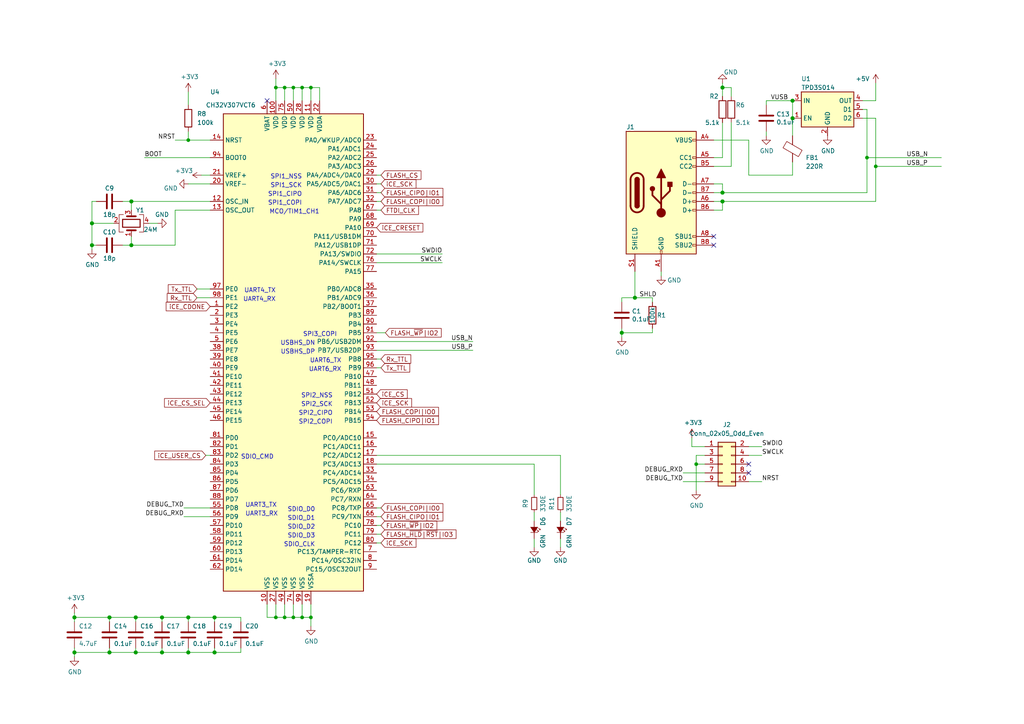
<source format=kicad_sch>
(kicad_sch (version 20211123) (generator eeschema)
  (paper "A4")
  (title_block (title "iCEBreaker - CH32V307 Test Board") (date "2022-02-21") (rev "V1.99a") (company "1BitSquared") (comment 1 "(C) 2022 Greg Davill <greg.davill@gmail.com>") (comment 2 "License: CC-BY-SA V4.0"))
  (lib_symbols
    (symbol "Connector:USB_C_Receptacle_USB2.0" (pin_names (offset 1.016))
      (property "Reference" "J" (at -10.16 19.05 0))
      (property "Value" "USB_C_Receptacle_USB2.0" (at 19.05 19.05 0))
      (symbol "USB_C_Receptacle_USB2.0_0_0"
        (rectangle (start -0.254 -17.78) (end 0.254 -16.764))
        (rectangle (start 10.16 -14.986) (end 9.144 -15.494))
        (rectangle (start 10.16 -12.446) (end 9.144 -12.954))
        (rectangle (start 10.16 -4.826) (end 9.144 -5.334))
        (rectangle (start 10.16 -2.286) (end 9.144 -2.794))
        (rectangle (start 10.16 0.254) (end 9.144 -0.254))
        (rectangle (start 10.16 2.794) (end 9.144 2.286))
        (rectangle (start 10.16 7.874) (end 9.144 7.366))
        (rectangle (start 10.16 10.414) (end 9.144 9.906))
        (rectangle (start 10.16 15.494) (end 9.144 14.986))
      )
      (symbol "USB_C_Receptacle_USB2.0_0_1"
        (rectangle (start -10.16 17.78) (end 10.16 -17.78) (stroke (width 0.254)) (fill (type background)))
        (arc (start -8.89 -3.81) (mid -6.985 -5.715) (end -5.08 -3.81) (stroke (width 0.508)))
        (arc (start -7.62 -3.81) (mid -6.985 -4.445) (end -6.35 -3.81) (stroke (width 0.254)))
        (arc (start -7.62 -3.81) (mid -6.985 -4.445) (end -6.35 -3.81) (stroke (width 0.254)) (fill (type outline)))
        (rectangle (start -7.62 -3.81) (end -6.35 3.81) (stroke (width 0.254)) (fill (type outline)))
        (arc (start -6.35 3.81) (mid -6.985 4.445) (end -7.62 3.81) (stroke (width 0.254)))
        (arc (start -6.35 3.81) (mid -6.985 4.445) (end -7.62 3.81) (stroke (width 0.254)) (fill (type outline)))
        (arc (start -5.08 3.81) (mid -6.985 5.715) (end -8.89 3.81) (stroke (width 0.508)))
        (circle (center -2.54 1.143) (radius 0.635) (stroke (width 0.254)) (fill (type outline)))
        (circle (center 0 -5.842) (radius 1.27) (fill (type outline)))
        (polyline (pts (xy -8.89 -3.81) (xy -8.89 3.81)) (stroke (width 0.508)))
        (polyline (pts (xy -5.08 3.81) (xy -5.08 -3.81)) (stroke (width 0.508)))
        (polyline (pts (xy 0 -5.842) (xy 0 4.318)) (stroke (width 0.508)))
        (polyline (pts (xy 0 -3.302) (xy -2.54 -0.762) (xy -2.54 0.508)) (stroke (width 0.508)))
        (polyline (pts (xy 0 -2.032) (xy 2.54 0.508) (xy 2.54 1.778)) (stroke (width 0.508)))
        (polyline (pts (xy -1.27 4.318) (xy 0 6.858) (xy 1.27 4.318) (xy -1.27 4.318)) (stroke (width 0.254)) (fill (type outline)))
        (rectangle (start 1.905 1.778) (end 3.175 3.048) (stroke (width 0.254)) (fill (type outline)))
      )
      (symbol "USB_C_Receptacle_USB2.0_1_1"
        (pin power_in line (at 0 -22.86 90) (length 5.08) (name "GND") (number "A1"))
        (pin passive line (at 0 -22.86 90) (length 5.08) hide (name "GND") (number "A12"))
        (pin power_in line (at 15.24 15.24 180) (length 5.08) (name "VBUS") (number "A4"))
        (pin bidirectional line (at 15.24 10.16 180) (length 5.08) (name "CC1") (number "A5"))
        (pin bidirectional line (at 15.24 -2.54 180) (length 5.08) (name "D+") (number "A6"))
        (pin bidirectional line (at 15.24 2.54 180) (length 5.08) (name "D-") (number "A7"))
        (pin bidirectional line (at 15.24 -12.7 180) (length 5.08) (name "SBU1") (number "A8"))
        (pin passive line (at 15.24 15.24 180) (length 5.08) hide (name "VBUS") (number "A9"))
        (pin passive line (at 0 -22.86 90) (length 5.08) hide (name "GND") (number "B1"))
        (pin passive line (at 0 -22.86 90) (length 5.08) hide (name "GND") (number "B12"))
        (pin passive line (at 15.24 15.24 180) (length 5.08) hide (name "VBUS") (number "B4"))
        (pin bidirectional line (at 15.24 7.62 180) (length 5.08) (name "CC2") (number "B5"))
        (pin bidirectional line (at 15.24 -5.08 180) (length 5.08) (name "D+") (number "B6"))
        (pin bidirectional line (at 15.24 0 180) (length 5.08) (name "D-") (number "B7"))
        (pin bidirectional line (at 15.24 -15.24 180) (length 5.08) (name "SBU2") (number "B8"))
        (pin passive line (at 15.24 15.24 180) (length 5.08) hide (name "VBUS") (number "B9"))
        (pin passive line (at -7.62 -22.86 90) (length 5.08) (name "SHIELD") (number "S1"))
      )
    )
    (symbol "Connector_Generic:Conn_02x05_Odd_Even" (pin_names (offset 1.016) hide)
      (property "Reference" "J" (at 1.27 7.62 0))
      (property "Value" "Conn_02x05_Odd_Even" (at 1.27 -7.62 0))
      (symbol "Conn_02x05_Odd_Even_1_1"
        (rectangle (start -1.27 -4.953) (end 0 -5.207) (stroke (width 0.1524)))
        (rectangle (start -1.27 -2.413) (end 0 -2.667) (stroke (width 0.1524)))
        (rectangle (start -1.27 0.127) (end 0 -0.127) (stroke (width 0.1524)))
        (rectangle (start -1.27 2.667) (end 0 2.413) (stroke (width 0.1524)))
        (rectangle (start -1.27 5.207) (end 0 4.953) (stroke (width 0.1524)))
        (rectangle (start -1.27 6.35) (end 3.81 -6.35) (stroke (width 0.254)) (fill (type background)))
        (rectangle (start 3.81 -4.953) (end 2.54 -5.207) (stroke (width 0.1524)))
        (rectangle (start 3.81 -2.413) (end 2.54 -2.667) (stroke (width 0.1524)))
        (rectangle (start 3.81 0.127) (end 2.54 -0.127) (stroke (width 0.1524)))
        (rectangle (start 3.81 2.667) (end 2.54 2.413) (stroke (width 0.1524)))
        (rectangle (start 3.81 5.207) (end 2.54 4.953) (stroke (width 0.1524)))
        (pin passive line (at -5.08 5.08 0) (length 3.81) (name "Pin_1") (number "1"))
        (pin passive line (at 7.62 -5.08 180) (length 3.81) (name "Pin_10") (number "10"))
        (pin passive line (at 7.62 5.08 180) (length 3.81) (name "Pin_2") (number "2"))
        (pin passive line (at -5.08 2.54 0) (length 3.81) (name "Pin_3") (number "3"))
        (pin passive line (at 7.62 2.54 180) (length 3.81) (name "Pin_4") (number "4"))
        (pin passive line (at -5.08 0 0) (length 3.81) (name "Pin_5") (number "5"))
        (pin passive line (at 7.62 0 180) (length 3.81) (name "Pin_6") (number "6"))
        (pin passive line (at -5.08 -2.54 0) (length 3.81) (name "Pin_7") (number "7"))
        (pin passive line (at 7.62 -2.54 180) (length 3.81) (name "Pin_8") (number "8"))
        (pin passive line (at -5.08 -5.08 0) (length 3.81) (name "Pin_9") (number "9"))
      )
    )
    (symbol "Device:C" (pin_numbers hide) (pin_names (offset 0.254))
      (property "Reference" "C" (at 0.635 2.54 0))
      (property "Value" "C" (at 0.635 -2.54 0))
      (symbol "C_0_1"
        (polyline (pts (xy -2.032 -0.762) (xy 2.032 -0.762)) (stroke (width 0.508)))
        (polyline (pts (xy -2.032 0.762) (xy 2.032 0.762)) (stroke (width 0.508)))
      )
      (symbol "C_1_1"
        (pin passive line (at 0 3.81 270) (length 2.794) (name "~") (number "1"))
        (pin passive line (at 0 -3.81 90) (length 2.794) (name "~") (number "2"))
      )
    )
    (symbol "Device:Crystal_GND24" (pin_names (offset 1.016) hide)
      (property "Reference" "Y" (at 3.175 5.08 0))
      (property "Value" "Crystal_GND24" (at 3.175 3.175 0))
      (symbol "Crystal_GND24_0_1"
        (rectangle (start -1.143 2.54) (end 1.143 -2.54) (stroke (width 0.3048)))
        (polyline (pts (xy -2.54 0) (xy -2.032 0)))
        (polyline (pts (xy -2.032 -1.27) (xy -2.032 1.27)) (stroke (width 0.508)))
        (polyline (pts (xy 0 -3.81) (xy 0 -3.556)))
        (polyline (pts (xy 0 3.556) (xy 0 3.81)))
        (polyline (pts (xy 2.032 -1.27) (xy 2.032 1.27)) (stroke (width 0.508)))
        (polyline (pts (xy 2.032 0) (xy 2.54 0)))
        (polyline (pts (xy -2.54 -2.286) (xy -2.54 -3.556) (xy 2.54 -3.556) (xy 2.54 -2.286)))
        (polyline (pts (xy -2.54 2.286) (xy -2.54 3.556) (xy 2.54 3.556) (xy 2.54 2.286)))
      )
      (symbol "Crystal_GND24_1_1"
        (pin passive line (at -3.81 0 0) (length 1.27) (name "1") (number "1"))
        (pin passive line (at 0 5.08 270) (length 1.27) (name "2") (number "2"))
        (pin passive line (at 3.81 0 180) (length 1.27) (name "3") (number "3"))
        (pin passive line (at 0 -5.08 90) (length 1.27) (name "4") (number "4"))
      )
    )
    (symbol "Device:Ferrite_Bead" (pin_numbers hide) (pin_names (offset 0))
      (property "Reference" "FB" (at -3.81 0.635 90))
      (property "Value" "Ferrite_Bead" (at 3.81 0 90))
      (symbol "Ferrite_Bead_0_1"
        (polyline (pts (xy 0 -1.27) (xy 0 -1.2192)))
        (polyline (pts (xy 0 1.27) (xy 0 1.2954)))
        (polyline (pts (xy -2.7686 0.4064) (xy -1.7018 2.2606) (xy 2.7686 -0.3048) (xy 1.6764 -2.159) (xy -2.7686 0.4064)))
      )
      (symbol "Ferrite_Bead_1_1"
        (pin passive line (at 0 3.81 270) (length 2.54) (name "~") (number "1"))
        (pin passive line (at 0 -3.81 90) (length 2.54) (name "~") (number "2"))
      )
    )
    (symbol "Device:R" (pin_numbers hide) (pin_names (offset 0))
      (property "Reference" "R" (at 2.032 0 90))
      (property "Value" "R" (at 0 0 90))
      (symbol "R_0_1"
        (rectangle (start -1.016 -2.54) (end 1.016 2.54) (stroke (width 0.254)))
      )
      (symbol "R_1_1"
        (pin passive line (at 0 3.81 270) (length 1.27) (name "~") (number "1"))
        (pin passive line (at 0 -3.81 90) (length 1.27) (name "~") (number "2"))
      )
    )
    (symbol "Power_Protection:TPD3S014"
      (property "Reference" "U" (at -6.35 6.35 0))
      (property "Value" "TPD3S014" (at 2.54 6.35 0))
      (symbol "TPD3S014_0_1"
        (rectangle (start -7.62 5.08) (end 7.62 -5.08) (stroke (width 0.254)) (fill (type background)))
      )
      (symbol "TPD3S014_1_1"
        (pin input line (at -10.16 -2.54 0) (length 2.54) (name "EN") (number "1"))
        (pin power_in line (at 0 -7.62 90) (length 2.54) (name "GND") (number "2"))
        (pin power_in line (at -10.16 2.54 0) (length 2.54) (name "IN") (number "3"))
        (pin passive line (at 10.16 2.54 180) (length 2.54) (name "OUT") (number "4"))
        (pin passive line (at 10.16 0 180) (length 2.54) (name "D1") (number "5"))
        (pin passive line (at 10.16 -2.54 180) (length 2.54) (name "D2") (number "6"))
      )
    )
    (symbol "icebreaker_tmp:CH32V307VCT6"
      (property "Reference" "U" (at 1.27 11.43 0))
      (property "Value" "CH32V307VCT6" (at 7.62 8.89 0))
      (symbol "CH32V307VCT6_0_1"
        (rectangle (start 3.81 7.62) (end 44.45 -130.81) (stroke (width 0.254)) (fill (type background)))
      )
      (symbol "CH32V307VCT6_1_1"
        (pin bidirectional line (at 0 -48.26 0) (length 3.81) (name "PE2") (number "1"))
        (pin power_in line (at 16.51 -134.62 90) (length 3.81) (name "VSS") (number "10"))
        (pin power_in line (at 19.05 11.43 270) (length 3.81) (name "VDD") (number "100"))
        (pin power_in line (at 29.21 11.43 270) (length 3.81) (name "VDD") (number "11"))
        (pin bidirectional line (at 0 -17.78 0) (length 3.81) (name "OSC_IN") (number "12"))
        (pin bidirectional line (at 0 -20.32 0) (length 3.81) (name "OSC_OUT") (number "13"))
        (pin bidirectional line (at 0 0 0) (length 3.81) (name "NRST") (number "14"))
        (pin bidirectional line (at 48.26 -86.36 180) (length 3.81) (name "PC0/ADC10") (number "15"))
        (pin bidirectional line (at 48.26 -88.9 180) (length 3.81) (name "PC1/ADC11") (number "16"))
        (pin bidirectional line (at 48.26 -91.44 180) (length 3.81) (name "PC2/ADC12") (number "17"))
        (pin bidirectional line (at 48.26 -93.98 180) (length 3.81) (name "PC3/ADC13") (number "18"))
        (pin power_in line (at 29.21 -134.62 90) (length 3.81) (name "VSSA") (number "19"))
        (pin bidirectional line (at 0 -50.8 0) (length 3.81) (name "PE3") (number "2"))
        (pin power_in line (at 0 -12.7 0) (length 3.81) (name "VREF-") (number "20"))
        (pin power_in line (at 0 -10.16 0) (length 3.81) (name "VREF+") (number "21"))
        (pin power_in line (at 31.75 11.43 270) (length 3.81) (name "VDDA") (number "22"))
        (pin bidirectional line (at 48.26 0 180) (length 3.81) (name "PA0/WKUP/ADC0") (number "23"))
        (pin bidirectional line (at 48.26 -2.54 180) (length 3.81) (name "PA1/ADC1") (number "24"))
        (pin bidirectional line (at 48.26 -5.08 180) (length 3.81) (name "PA2/ADC2") (number "25"))
        (pin bidirectional line (at 48.26 -7.62 180) (length 3.81) (name "PA3/ADC3") (number "26"))
        (pin power_in line (at 19.05 -134.62 90) (length 3.81) (name "VSS") (number "27"))
        (pin power_in line (at 26.67 11.43 270) (length 3.81) (name "VDD") (number "28"))
        (pin bidirectional line (at 48.26 -10.16 180) (length 3.81) (name "PA4/ADC4/DAC0") (number "29"))
        (pin bidirectional line (at 0 -53.34 0) (length 3.81) (name "PE4") (number "3"))
        (pin bidirectional line (at 48.26 -12.7 180) (length 3.81) (name "PA5/ADC5/DAC1") (number "30"))
        (pin bidirectional line (at 48.26 -15.24 180) (length 3.81) (name "PA6/ADC6") (number "31"))
        (pin bidirectional line (at 48.26 -17.78 180) (length 3.81) (name "PA7/ADC7") (number "32"))
        (pin bidirectional line (at 48.26 -96.52 180) (length 3.81) (name "PC4/ADC14") (number "33"))
        (pin bidirectional line (at 48.26 -99.06 180) (length 3.81) (name "PC5/ADC15") (number "34"))
        (pin bidirectional line (at 48.26 -43.18 180) (length 3.81) (name "PB0/ADC8") (number "35"))
        (pin bidirectional line (at 48.26 -45.72 180) (length 3.81) (name "PB1/ADC9") (number "36"))
        (pin bidirectional line (at 48.26 -48.26 180) (length 3.81) (name "PB2/BOOT1") (number "37"))
        (pin bidirectional line (at 0 -60.96 0) (length 3.81) (name "PE7") (number "38"))
        (pin bidirectional line (at 0 -63.5 0) (length 3.81) (name "PE8") (number "39"))
        (pin bidirectional line (at 0 -55.88 0) (length 3.81) (name "PE5") (number "4"))
        (pin bidirectional line (at 0 -66.04 0) (length 3.81) (name "PE9") (number "40"))
        (pin bidirectional line (at 0 -68.58 0) (length 3.81) (name "PE10") (number "41"))
        (pin bidirectional line (at 0 -71.12 0) (length 3.81) (name "PE11") (number "42"))
        (pin bidirectional line (at 0 -73.66 0) (length 3.81) (name "PE12") (number "43"))
        (pin bidirectional line (at 0 -76.2 0) (length 3.81) (name "PE13") (number "44"))
        (pin bidirectional line (at 0 -78.74 0) (length 3.81) (name "PE14") (number "45"))
        (pin bidirectional line (at 0 -81.28 0) (length 3.81) (name "PE15") (number "46"))
        (pin bidirectional line (at 48.26 -68.58 180) (length 3.81) (name "PB10") (number "47"))
        (pin bidirectional line (at 48.26 -71.12 180) (length 3.81) (name "PB11") (number "48"))
        (pin power_in line (at 21.59 -134.62 90) (length 3.81) (name "VSS") (number "49"))
        (pin bidirectional line (at 0 -58.42 0) (length 3.81) (name "PE6") (number "5"))
        (pin power_in line (at 24.13 11.43 270) (length 3.81) (name "VDD") (number "50"))
        (pin bidirectional line (at 48.26 -73.66 180) (length 3.81) (name "PB12") (number "51"))
        (pin bidirectional line (at 48.26 -76.2 180) (length 3.81) (name "PB13") (number "52"))
        (pin bidirectional line (at 48.26 -78.74 180) (length 3.81) (name "PB14") (number "53"))
        (pin bidirectional line (at 48.26 -81.28 180) (length 3.81) (name "PB15") (number "54"))
        (pin bidirectional line (at 0 -106.68 0) (length 3.81) (name "PD8") (number "55"))
        (pin bidirectional line (at 0 -109.22 0) (length 3.81) (name "PD9") (number "56"))
        (pin bidirectional line (at 0 -111.76 0) (length 3.81) (name "PD10") (number "57"))
        (pin bidirectional line (at 0 -114.3 0) (length 3.81) (name "PD11") (number "58"))
        (pin bidirectional line (at 0 -116.84 0) (length 3.81) (name "PD12") (number "59"))
        (pin power_in line (at 16.51 11.43 270) (length 3.81) (name "VBAT") (number "6"))
        (pin bidirectional line (at 0 -119.38 0) (length 3.81) (name "PD13") (number "60"))
        (pin bidirectional line (at 0 -121.92 0) (length 3.81) (name "PD14") (number "61"))
        (pin bidirectional line (at 0 -124.46 0) (length 3.81) (name "PD14") (number "62"))
        (pin bidirectional line (at 48.26 -101.6 180) (length 3.81) (name "PC6/RXP") (number "63"))
        (pin bidirectional line (at 48.26 -104.14 180) (length 3.81) (name "PC7/RXN") (number "64"))
        (pin bidirectional line (at 48.26 -106.68 180) (length 3.81) (name "PC8/TXP") (number "65"))
        (pin bidirectional line (at 48.26 -109.22 180) (length 3.81) (name "PC9/TXN") (number "66"))
        (pin bidirectional line (at 48.26 -20.32 180) (length 3.81) (name "PA8") (number "67"))
        (pin bidirectional line (at 48.26 -22.86 180) (length 3.81) (name "PA9") (number "68"))
        (pin bidirectional line (at 48.26 -25.4 180) (length 3.81) (name "PA10") (number "69"))
        (pin bidirectional line (at 48.26 -119.38 180) (length 3.81) (name "PC13/TAMPER-RTC") (number "7"))
        (pin bidirectional line (at 48.26 -27.94 180) (length 3.81) (name "PA11/USB1DM") (number "70"))
        (pin bidirectional line (at 48.26 -30.48 180) (length 3.81) (name "PA12/USB1DP") (number "71"))
        (pin bidirectional line (at 48.26 -33.02 180) (length 3.81) (name "PA13/SWDIO") (number "72"))
        (pin no_connect line (at 0 -38.1 0) (length 3.81) hide (name "NC") (number "73"))
        (pin power_in line (at 24.13 -134.62 90) (length 3.81) (name "VSS") (number "74"))
        (pin power_in line (at 21.59 11.43 270) (length 3.81) (name "VDD") (number "75"))
        (pin bidirectional line (at 48.26 -35.56 180) (length 3.81) (name "PA14/SWCLK") (number "76"))
        (pin bidirectional line (at 48.26 -38.1 180) (length 3.81) (name "PA15") (number "77"))
        (pin bidirectional line (at 48.26 -111.76 180) (length 3.81) (name "PC10") (number "78"))
        (pin bidirectional line (at 48.26 -114.3 180) (length 3.81) (name "PC11") (number "79"))
        (pin bidirectional line (at 48.26 -121.92 180) (length 3.81) (name "PC14/OSC32IN") (number "8"))
        (pin bidirectional line (at 48.26 -116.84 180) (length 3.81) (name "PC12") (number "80"))
        (pin bidirectional line (at 0 -86.36 0) (length 3.81) (name "PD0") (number "81"))
        (pin bidirectional line (at 0 -88.9 0) (length 3.81) (name "PD1") (number "82"))
        (pin bidirectional line (at 0 -91.44 0) (length 3.81) (name "PD2") (number "83"))
        (pin bidirectional line (at 0 -93.98 0) (length 3.81) (name "PD3") (number "84"))
        (pin bidirectional line (at 0 -96.52 0) (length 3.81) (name "PD4") (number "85"))
        (pin bidirectional line (at 0 -99.06 0) (length 3.81) (name "PD5") (number "86"))
        (pin bidirectional line (at 0 -101.6 0) (length 3.81) (name "PD6") (number "87"))
        (pin bidirectional line (at 0 -104.14 0) (length 3.81) (name "PD7") (number "88"))
        (pin bidirectional line (at 48.26 -50.8 180) (length 3.81) (name "PB3") (number "89"))
        (pin bidirectional line (at 48.26 -124.46 180) (length 3.81) (name "PC15/OSC32OUT") (number "9"))
        (pin bidirectional line (at 48.26 -53.34 180) (length 3.81) (name "PB4") (number "90"))
        (pin bidirectional line (at 48.26 -55.88 180) (length 3.81) (name "PB5") (number "91"))
        (pin bidirectional line (at 48.26 -58.42 180) (length 3.81) (name "PB6/USB2DM") (number "92"))
        (pin bidirectional line (at 48.26 -60.96 180) (length 3.81) (name "PB7/USB2DP") (number "93"))
        (pin bidirectional line (at 0 -5.08 0) (length 3.81) (name "BOOT0") (number "94"))
        (pin bidirectional line (at 48.26 -63.5 180) (length 3.81) (name "PB8") (number "95"))
        (pin bidirectional line (at 48.26 -66.04 180) (length 3.81) (name "PB9") (number "96"))
        (pin bidirectional line (at 0 -43.18 0) (length 3.81) (name "PE0") (number "97"))
        (pin bidirectional line (at 0 -45.72 0) (length 3.81) (name "PE1") (number "98"))
        (pin power_in line (at 26.67 -134.62 90) (length 3.81) (name "VSS") (number "99"))
      )
    )
    (symbol "pkl_device:pkl_Led_Small" (pin_numbers hide) (pin_names (offset 0.254) hide)
      (property "Reference" "D" (at -1.27 2.54 0))
      (property "Value" "pkl_Led_Small" (at -3.81 -2.032 0))
      (symbol "pkl_Led_Small_0_1"
        (polyline (pts (xy 0.762 -1.016) (xy 0.762 1.016)))
        (polyline (pts (xy -0.762 -1.016) (xy 0.762 0) (xy -0.762 1.016) (xy -0.762 -1.016)) (fill (type outline)))
        (polyline (pts (xy -0.508 1.27) (xy 0 1.778) (xy -0.254 1.778) (xy 0 1.778) (xy 0 1.524)))
        (polyline (pts (xy 0 0.762) (xy 0.508 1.27) (xy 0.254 1.27) (xy 0.508 1.27) (xy 0.508 1.016)))
      )
      (symbol "pkl_Led_Small_1_1"
        (pin passive line (at -2.54 0 0) (length 1.778) (name "A") (number "A"))
        (pin passive line (at 2.54 0 180) (length 1.778) (name "C") (number "C"))
      )
    )
    (symbol "pkl_device:pkl_R_Small" (pin_numbers hide) (pin_names (offset 0.254) hide)
      (property "Reference" "R" (at 0.762 0.508 0))
      (property "Value" "pkl_R_Small" (at 0.762 -1.016 0))
      (symbol "pkl_R_Small_0_1"
        (rectangle (start -0.762 1.778) (end 0.762 -1.778) (stroke (width 0.2032)))
      )
      (symbol "pkl_R_Small_1_1"
        (pin passive line (at 0 2.54 270) (length 0.762) (name "~") (number "1"))
        (pin passive line (at 0 -2.54 90) (length 0.762) (name "~") (number "2"))
      )
    )
    (symbol "power:+3.3V" (power) (pin_names (offset 0))
      (property "Value" "+3.3V" (at 0 3.556 0))
      (symbol "+3.3V_0_1"
        (polyline (pts (xy -0.762 1.27) (xy 0 2.54)))
        (polyline (pts (xy 0 0) (xy 0 2.54)))
        (polyline (pts (xy 0 2.54) (xy 0.762 1.27)))
      )
      (symbol "+3.3V_1_1"
        (pin power_in line (at 0 0 90) (length 0) hide (name "+3V3") (number "1"))
      )
    )
    (symbol "power:+5V" (power) (pin_names (offset 0))
      (property "Value" "+5V" (at 0 3.556 0))
      (symbol "+5V_0_1"
        (polyline (pts (xy -0.762 1.27) (xy 0 2.54)))
        (polyline (pts (xy 0 0) (xy 0 2.54)))
        (polyline (pts (xy 0 2.54) (xy 0.762 1.27)))
      )
      (symbol "+5V_1_1"
        (pin power_in line (at 0 0 90) (length 0) hide (name "+5V") (number "1"))
      )
    )
    (symbol "power:GND" (power) (pin_names (offset 0))
      (property "Value" "GND" (at 0 -3.81 0))
      (symbol "GND_0_1"
        (polyline (pts (xy 0 0) (xy 0 -1.27) (xy 1.27 -1.27) (xy 0 -2.54) (xy -1.27 -1.27) (xy 0 -1.27)))
      )
      (symbol "GND_1_1"
        (pin power_in line (at 0 0 270) (length 0) hide (name "GND") (number "1"))
      )
    )
  )
  (junction (at 31.75 189.23) (diameter 1.016))
  (junction (at 209.55 25.4) (diameter 1.016))
  (junction (at 184.15 86.36) (diameter 1.016))
  (junction (at 229.87 29.21) (diameter 1.016))
  (junction (at 209.55 55.88) (diameter 1.016))
  (junction (at 82.55 25.4))
  (junction (at 21.59 179.07) (diameter 1.016))
  (junction (at 26.67 71.12) (diameter 1.016))
  (junction (at 54.61 179.07) (diameter 1.016))
  (junction (at 54.61 189.23) (diameter 1.016))
  (junction (at 54.61 40.64))
  (junction (at 39.37 179.07) (diameter 1.016))
  (junction (at 254 48.26))
  (junction (at 46.99 189.23) (diameter 1.016))
  (junction (at 229.87 34.29) (diameter 1.016))
  (junction (at 87.63 179.07))
  (junction (at 39.37 189.23) (diameter 1.016))
  (junction (at 80.01 179.07))
  (junction (at 87.63 25.4))
  (junction (at 251.46 45.72))
  (junction (at 209.55 58.42) (diameter 1.016))
  (junction (at 62.23 179.07) (diameter 1.016))
  (junction (at 38.1 71.12) (diameter 1.016))
  (junction (at 31.75 179.07) (diameter 1.016))
  (junction (at 38.1 58.42) (diameter 1.016))
  (junction (at 46.99 179.07) (diameter 1.016))
  (junction (at 90.17 179.07))
  (junction (at 26.67 64.77) (diameter 1.016))
  (junction (at 180.34 96.52) (diameter 1.016))
  (junction (at 90.17 25.4))
  (junction (at 201.93 134.62))
  (junction (at 21.59 189.23) (diameter 1.016))
  (junction (at 85.09 179.07))
  (junction (at 82.55 179.07))
  (junction (at 62.23 189.23) (diameter 1.016))
  (junction (at 80.01 25.4))
  (junction (at 85.09 25.4))
  (no_connect (at 77.47 29.21))
  (no_connect (at 207.01 71.12))
  (no_connect (at 207.01 68.58))
  (no_connect (at 217.17 134.62))
  (no_connect (at 217.17 137.16))
  (wire (pts (xy 46.99 187.96) (xy 46.99 189.23)))
  (wire (pts (xy 77.47 175.26) (xy 77.47 179.07)))
  (wire (pts (xy 62.23 187.96) (xy 62.23 189.23)))
  (wire (pts (xy 92.71 29.21) (xy 92.71 25.4)))
  (wire (pts (xy 31.75 187.96) (xy 31.75 189.23)))
  (wire (pts (xy 46.99 179.07) (xy 54.61 179.07)))
  (wire (pts (xy 229.87 39.37) (xy 229.87 34.29)))
  (wire (pts (xy 162.56 156.21) (xy 162.56 158.75)))
  (wire (pts (xy 110.49 152.4) (xy 109.22 152.4)))
  (wire (pts (xy 109.22 101.6) (xy 137.16 101.6)))
  (wire (pts (xy 80.01 175.26) (xy 80.01 179.07)))
  (wire (pts (xy 212.09 27.94) (xy 212.09 25.4)))
  (wire (pts (xy 251.46 31.75) (xy 251.46 45.72)))
  (wire (pts (xy 26.67 58.42) (xy 26.67 64.77)))
  (wire (pts (xy 109.22 104.14) (xy 110.49 104.14)))
  (wire (pts (xy 80.01 25.4) (xy 80.01 29.21)))
  (wire (pts (xy 54.61 179.07) (xy 62.23 179.07)))
  (wire (pts (xy 180.34 86.36) (xy 180.34 87.63)))
  (wire (pts (xy 109.22 132.08) (xy 162.56 132.08)))
  (wire (pts (xy 46.99 179.07) (xy 46.99 180.34)))
  (wire (pts (xy 26.67 64.77) (xy 26.67 71.12)))
  (wire (pts (xy 109.22 99.06) (xy 137.16 99.06)))
  (wire (pts (xy 154.94 148.59) (xy 154.94 151.13)))
  (wire (pts (xy 92.71 25.4) (xy 90.17 25.4)))
  (wire (pts (xy 254 48.26) (xy 254 58.42)))
  (wire (pts (xy 217.17 40.64) (xy 217.17 50.8)))
  (wire (pts (xy 212.09 25.4) (xy 209.55 25.4)))
  (wire (pts (xy 254 58.42) (xy 209.55 58.42)))
  (wire (pts (xy 200.66 129.54) (xy 204.47 129.54)))
  (wire (pts (xy 110.49 157.48) (xy 109.22 157.48)))
  (wire (pts (xy 184.15 86.36) (xy 189.23 86.36)))
  (wire (pts (xy 87.63 25.4) (xy 85.09 25.4)))
  (wire (pts (xy 58.42 50.8) (xy 60.96 50.8)))
  (wire (pts (xy 31.75 189.23) (xy 21.59 189.23)))
  (wire (pts (xy 207.01 60.96) (xy 209.55 60.96)))
  (wire (pts (xy 180.34 95.25) (xy 180.34 96.52)))
  (wire (pts (xy 21.59 179.07) (xy 21.59 180.34)))
  (wire (pts (xy 31.75 179.07) (xy 39.37 179.07)))
  (wire (pts (xy 128.27 73.66) (xy 109.22 73.66)))
  (wire (pts (xy 209.55 53.34) (xy 209.55 55.88)))
  (wire (pts (xy 35.56 71.12) (xy 38.1 71.12)))
  (wire (pts (xy 33.02 64.77) (xy 26.67 64.77)))
  (wire (pts (xy 85.09 175.26) (xy 85.09 179.07)))
  (wire (pts (xy 207.01 48.26) (xy 212.09 48.26)))
  (wire (pts (xy 184.15 78.74) (xy 184.15 86.36)))
  (wire (pts (xy 209.55 55.88) (xy 251.46 55.88)))
  (wire (pts (xy 39.37 179.07) (xy 46.99 179.07)))
  (wire (pts (xy 222.25 29.21) (xy 229.87 29.21)))
  (wire (pts (xy 128.27 76.2) (xy 109.22 76.2)))
  (wire (pts (xy 110.49 58.42) (xy 109.22 58.42)))
  (wire (pts (xy 250.19 29.21) (xy 254 29.21)))
  (wire (pts (xy 87.63 175.26) (xy 87.63 179.07)))
  (wire (pts (xy 201.93 132.08) (xy 201.93 134.62)))
  (wire (pts (xy 217.17 50.8) (xy 229.87 50.8)))
  (wire (pts (xy 54.61 53.34) (xy 60.96 53.34)))
  (wire (pts (xy 209.55 25.4) (xy 209.55 27.94)))
  (wire (pts (xy 90.17 25.4) (xy 87.63 25.4)))
  (wire (pts (xy 109.22 106.68) (xy 110.49 106.68)))
  (wire (pts (xy 217.17 132.08) (xy 220.98 132.08)))
  (wire (pts (xy 201.93 134.62) (xy 204.47 134.62)))
  (wire (pts (xy 254 48.26) (xy 273.05 48.26)))
  (wire (pts (xy 110.49 149.86) (xy 109.22 149.86)))
  (wire (pts (xy 85.09 179.07) (xy 87.63 179.07)))
  (wire (pts (xy 54.61 26.67) (xy 54.61 30.48)))
  (wire (pts (xy 209.55 58.42) (xy 207.01 58.42)))
  (wire (pts (xy 39.37 189.23) (xy 46.99 189.23)))
  (wire (pts (xy 90.17 175.26) (xy 90.17 179.07)))
  (wire (pts (xy 82.55 179.07) (xy 85.09 179.07)))
  (wire (pts (xy 38.1 58.42) (xy 38.1 60.96)))
  (wire (pts (xy 53.34 147.32) (xy 60.96 147.32)))
  (wire (pts (xy 54.61 179.07) (xy 54.61 180.34)))
  (wire (pts (xy 222.25 29.21) (xy 222.25 30.48)))
  (wire (pts (xy 184.15 86.36) (xy 180.34 86.36)))
  (wire (pts (xy 26.67 72.39) (xy 26.67 71.12)))
  (wire (pts (xy 54.61 189.23) (xy 62.23 189.23)))
  (wire (pts (xy 21.59 189.23) (xy 21.59 187.96)))
  (wire (pts (xy 110.49 50.8) (xy 109.22 50.8)))
  (wire (pts (xy 222.25 38.1) (xy 222.25 39.37)))
  (wire (pts (xy 62.23 189.23) (xy 69.85 189.23)))
  (wire (pts (xy 77.47 179.07) (xy 80.01 179.07)))
  (wire (pts (xy 43.18 64.77) (xy 45.72 64.77)))
  (wire (pts (xy 59.69 132.08) (xy 60.96 132.08)))
  (wire (pts (xy 162.56 148.59) (xy 162.56 151.13)))
  (wire (pts (xy 111.76 96.52) (xy 109.22 96.52)))
  (wire (pts (xy 191.77 78.74) (xy 191.77 80.01)))
  (wire (pts (xy 217.17 139.7) (xy 220.98 139.7)))
  (wire (pts (xy 60.96 45.72) (xy 41.91 45.72)))
  (wire (pts (xy 250.19 34.29) (xy 254 34.29)))
  (wire (pts (xy 80.01 22.86) (xy 80.01 25.4)))
  (wire (pts (xy 62.23 179.07) (xy 62.23 180.34)))
  (wire (pts (xy 38.1 68.58) (xy 38.1 71.12)))
  (wire (pts (xy 82.55 175.26) (xy 82.55 179.07)))
  (wire (pts (xy 109.22 134.62) (xy 154.94 134.62)))
  (wire (pts (xy 21.59 177.8) (xy 21.59 179.07)))
  (wire (pts (xy 110.49 147.32) (xy 109.22 147.32)))
  (wire (pts (xy 180.34 96.52) (xy 180.34 97.79)))
  (wire (pts (xy 209.55 35.56) (xy 209.55 45.72)))
  (wire (pts (xy 154.94 134.62) (xy 154.94 143.51)))
  (wire (pts (xy 209.55 24.13) (xy 209.55 25.4)))
  (wire (pts (xy 251.46 45.72) (xy 273.05 45.72)))
  (wire (pts (xy 201.93 134.62) (xy 201.93 142.24)))
  (wire (pts (xy 27.94 71.12) (xy 26.67 71.12)))
  (wire (pts (xy 50.8 40.64) (xy 54.61 40.64)))
  (wire (pts (xy 46.99 189.23) (xy 54.61 189.23)))
  (wire (pts (xy 62.23 179.07) (xy 69.85 179.07)))
  (wire (pts (xy 229.87 34.29) (xy 229.87 29.21)))
  (wire (pts (xy 110.49 154.94) (xy 109.22 154.94)))
  (wire (pts (xy 207.01 53.34) (xy 209.55 53.34)))
  (wire (pts (xy 90.17 25.4) (xy 90.17 29.21)))
  (wire (pts (xy 57.15 86.36) (xy 60.96 86.36)))
  (wire (pts (xy 35.56 58.42) (xy 38.1 58.42)))
  (wire (pts (xy 85.09 25.4) (xy 85.09 29.21)))
  (wire (pts (xy 109.22 60.96) (xy 110.49 60.96)))
  (wire (pts (xy 180.34 96.52) (xy 189.23 96.52)))
  (wire (pts (xy 207.01 55.88) (xy 209.55 55.88)))
  (wire (pts (xy 31.75 179.07) (xy 21.59 179.07)))
  (wire (pts (xy 53.34 149.86) (xy 60.96 149.86)))
  (wire (pts (xy 21.59 190.5) (xy 21.59 189.23)))
  (wire (pts (xy 162.56 132.08) (xy 162.56 143.51)))
  (wire (pts (xy 250.19 31.75) (xy 251.46 31.75)))
  (wire (pts (xy 229.87 46.99) (xy 229.87 50.8)))
  (wire (pts (xy 39.37 187.96) (xy 39.37 189.23)))
  (wire (pts (xy 82.55 25.4) (xy 82.55 29.21)))
  (wire (pts (xy 38.1 71.12) (xy 50.8 71.12)))
  (wire (pts (xy 204.47 132.08) (xy 201.93 132.08)))
  (wire (pts (xy 26.67 58.42) (xy 27.94 58.42)))
  (wire (pts (xy 198.12 139.7) (xy 204.47 139.7)))
  (wire (pts (xy 57.15 83.82) (xy 60.96 83.82)))
  (wire (pts (xy 198.12 137.16) (xy 204.47 137.16)))
  (wire (pts (xy 60.96 40.64) (xy 54.61 40.64)))
  (wire (pts (xy 90.17 179.07) (xy 90.17 181.61)))
  (wire (pts (xy 69.85 179.07) (xy 69.85 180.34)))
  (wire (pts (xy 82.55 25.4) (xy 80.01 25.4)))
  (wire (pts (xy 200.66 127) (xy 200.66 129.54)))
  (wire (pts (xy 38.1 58.42) (xy 60.96 58.42)))
  (wire (pts (xy 212.09 48.26) (xy 212.09 35.56)))
  (wire (pts (xy 50.8 60.96) (xy 60.96 60.96)))
  (wire (pts (xy 189.23 95.25) (xy 189.23 96.52)))
  (wire (pts (xy 87.63 179.07) (xy 90.17 179.07)))
  (wire (pts (xy 254 24.13) (xy 254 29.21)))
  (wire (pts (xy 154.94 156.21) (xy 154.94 158.75)))
  (wire (pts (xy 207.01 40.64) (xy 217.17 40.64)))
  (wire (pts (xy 31.75 189.23) (xy 39.37 189.23)))
  (wire (pts (xy 54.61 187.96) (xy 54.61 189.23)))
  (wire (pts (xy 85.09 25.4) (xy 82.55 25.4)))
  (wire (pts (xy 87.63 25.4) (xy 87.63 29.21)))
  (wire (pts (xy 254 34.29) (xy 254 48.26)))
  (wire (pts (xy 110.49 53.34) (xy 109.22 53.34)))
  (wire (pts (xy 209.55 60.96) (xy 209.55 58.42)))
  (wire (pts (xy 189.23 86.36) (xy 189.23 87.63)))
  (wire (pts (xy 39.37 179.07) (xy 39.37 180.34)))
  (wire (pts (xy 31.75 180.34) (xy 31.75 179.07)))
  (wire (pts (xy 251.46 45.72) (xy 251.46 55.88)))
  (wire (pts (xy 110.49 55.88) (xy 109.22 55.88)))
  (wire (pts (xy 217.17 129.54) (xy 220.98 129.54)))
  (wire (pts (xy 80.01 179.07) (xy 82.55 179.07)))
  (wire (pts (xy 50.8 60.96) (xy 50.8 71.12)))
  (wire (pts (xy 209.55 45.72) (xy 207.01 45.72)))
  (wire (pts (xy 54.61 40.64) (xy 54.61 38.1)))
  (wire (pts (xy 69.85 187.96) (xy 69.85 189.23)))
  (text "SDIO_D0" (at 91.44 148.59 180) (effects (font (size 1.27 1.27)) (justify right bottom)))
  (text "USBHS_DN\n" (at 91.44 100.33 180) (effects (font (size 1.27 1.27)) (justify right bottom)))
  (text "SPI2_CIPO\n" (at 96.52 120.65 180) (effects (font (size 1.27 1.27)) (justify right bottom)))
  (text "SDIO_D2\n" (at 91.44 153.67 180) (effects (font (size 1.27 1.27)) (justify right bottom)))
  (text "UART3_RX\n" (at 71.12 149.86 0) (effects (font (size 1.27 1.27)) (justify left bottom)))
  (text "UART4_TX" (at 80.01 85.09 180) (effects (font (size 1.27 1.27)) (justify right bottom)))
  (text "SPI3_COPI" (at 97.79 97.79 180) (effects (font (size 1.27 1.27)) (justify right bottom)))
  (text "SPI1_NSS" (at 87.63 52.07 180) (effects (font (size 1.27 1.27)) (justify right bottom)))
  (text "SDIO_CLK\n" (at 91.44 158.75 180) (effects (font (size 1.27 1.27)) (justify right bottom)))
  (text "SPI1_CIPO\n" (at 87.63 57.15 180) (effects (font (size 1.27 1.27)) (justify right bottom)))
  (text "SDIO_D3" (at 91.44 156.21 180) (effects (font (size 1.27 1.27)) (justify right bottom)))
  (text "UART6_TX" (at 99.06 105.41 180) (effects (font (size 1.27 1.27)) (justify right bottom)))
  (text "UART6_RX\n" (at 99.06 107.95 180) (effects (font (size 1.27 1.27)) (justify right bottom)))
  (text "MCO/TIM1_CH1" (at 92.71 62.23 180) (effects (font (size 1.27 1.27)) (justify right bottom)))
  (text "UART3_TX" (at 71.12 147.32 0) (effects (font (size 1.27 1.27)) (justify left bottom)))
  (text "SPI1_SCK\n" (at 87.63 54.61 180) (effects (font (size 1.27 1.27)) (justify right bottom)))
  (text "SPI2_COPI" (at 96.52 123.19 180) (effects (font (size 1.27 1.27)) (justify right bottom)))
  (text "SDIO_D1\n" (at 91.44 151.13 180) (effects (font (size 1.27 1.27)) (justify right bottom)))
  (text "SPI2_NSS" (at 96.52 115.57 180) (effects (font (size 1.27 1.27)) (justify right bottom)))
  (text "SDIO_CMD\n" (at 69.85 133.35 0) (effects (font (size 1.27 1.27)) (justify left bottom)))
  (text "USBHS_DP" (at 91.44 102.87 180) (effects (font (size 1.27 1.27)) (justify right bottom)))
  (text "SPI1_COPI" (at 87.63 59.69 180) (effects (font (size 1.27 1.27)) (justify right bottom)))
  (text "UART4_RX\n" (at 80.01 87.63 180) (effects (font (size 1.27 1.27)) (justify right bottom)))
  (text "SPI2_SCK\n" (at 96.52 118.11 180) (effects (font (size 1.27 1.27)) (justify right bottom)))
  (label "DEBUG_RXD" (at 53.34 149.86 180))
  (label "SWDIO" (at 128.27 73.66 180))
  (label "SWCLK" (at 220.98 132.08 0))
  (label "DEBUG_TXD" (at 198.12 139.7 180))
  (label "USB_N" (at 137.16 99.06 180))
  (label "DEBUG_TXD" (at 53.34 147.32 180))
  (label "USB_P" (at 137.16 101.6 180))
  (label "SWDIO" (at 220.98 129.54 0))
  (label "SWCLK" (at 128.27 76.2 180))
  (label "BOOT" (at 41.91 45.72 0))
  (label "VUSB" (at 223.52 29.21 0))
  (label "NRST" (at 220.98 139.7 0))
  (label "SHLD" (at 185.42 86.36 0))
  (label "USB_P" (at 262.89 48.26 0))
  (label "USB_N" (at 262.89 45.72 0))
  (label "NRST" (at 50.8 40.64 180))
  (label "DEBUG_RXD" (at 198.12 137.16 180))
  (global_label "Tx_TTL" (shape input) (at 110.49 106.68 0) (property "Intersheet References" "${INTERSHEET_REFS}" (effects hide)))
  (global_label "iCE_USER_CS" (shape input) (at 59.69 132.08 180) (property "Intersheet References" "${INTERSHEET_REFS}" (effects hide)))
  (global_label "iCE_CDONE" (shape input) (at 60.96 88.9 180) (property "Intersheet References" "${INTERSHEET_REFS}" (effects hide)))
  (global_label "FLASH_COPI|IO0" (shape input) (at 110.49 58.42 0) (property "Intersheet References" "${INTERSHEET_REFS}" (effects hide)))
  (global_label "iCE_SCK" (shape input) (at 110.49 53.34 0) (property "Intersheet References" "${INTERSHEET_REFS}" (effects hide)))
  (global_label "iCE_CS_SEL" (shape input) (at 60.96 116.84 180) (property "Intersheet References" "${INTERSHEET_REFS}" (effects hide)))
  (global_label "iCE_CRESET" (shape input) (at 109.22 66.04 0) (property "Intersheet References" "${INTERSHEET_REFS}" (effects hide)))
  (global_label "FLASH_COPI|IO0" (shape input) (at 109.22 119.38 0) (property "Intersheet References" "${INTERSHEET_REFS}" (effects hide)))
  (global_label "FLASH_CS" (shape input) (at 110.49 50.8 0) (property "Intersheet References" "${INTERSHEET_REFS}" (effects hide)))
  (global_label "FTDI_CLK" (shape input) (at 110.49 60.96 0) (property "Intersheet References" "${INTERSHEET_REFS}" (effects hide)))
  (global_label "iCE_SCK" (shape input) (at 110.49 157.48 0) (property "Intersheet References" "${INTERSHEET_REFS}" (effects hide)))
  (global_label "FLASH_~{HLD}|~{RST}|IO3" (shape input) (at 110.49 154.94 0) (property "Intersheet References" "${INTERSHEET_REFS}" (effects hide)))
  (global_label "Tx_TTL" (shape input) (at 57.15 83.82 180) (property "Intersheet References" "${INTERSHEET_REFS}" (effects hide)))
  (global_label "Rx_TTL" (shape input) (at 57.15 86.36 180) (property "Intersheet References" "${INTERSHEET_REFS}" (effects hide)))
  (global_label "iCE_SCK" (shape input) (at 109.22 116.84 0) (property "Intersheet References" "${INTERSHEET_REFS}" (effects hide)))
  (global_label "FLASH_CIPO|IO1" (shape input) (at 110.49 149.86 0) (property "Intersheet References" "${INTERSHEET_REFS}" (effects hide)))
  (global_label "FLASH_COPI|IO0" (shape input) (at 110.49 147.32 0) (property "Intersheet References" "${INTERSHEET_REFS}" (effects hide)))
  (global_label "iCE_CS" (shape input) (at 109.22 114.3 0) (property "Intersheet References" "${INTERSHEET_REFS}" (effects hide)))
  (global_label "FLASH_CIPO|IO1" (shape input) (at 109.22 121.92 0) (property "Intersheet References" "${INTERSHEET_REFS}" (effects hide)))
  (global_label "FLASH_~{WP}|IO2" (shape input) (at 111.76 96.52 0) (property "Intersheet References" "${INTERSHEET_REFS}" (effects hide)))
  (global_label "FLASH_CIPO|IO1" (shape input) (at 110.49 55.88 0) (property "Intersheet References" "${INTERSHEET_REFS}" (effects hide)))
  (global_label "FLASH_~{WP}|IO2" (shape input) (at 110.49 152.4 0) (property "Intersheet References" "${INTERSHEET_REFS}" (effects hide)))
  (global_label "Rx_TTL" (shape input) (at 110.49 104.14 0) (property "Intersheet References" "${INTERSHEET_REFS}" (effects hide)))
  (symbol (lib_id "power:GND") (at 162.56 158.75 0) (unit 1)
    (property "Reference" "#PWR0122" (effects hide))
    (property "Value" "GND" (at 162.56 162.56 0))
  )
  (symbol (lib_id "power:GND") (at 209.55 24.13 180) (unit 1)
    (property "Reference" "#PWR0115" (effects hide))
    (property "Value" "GND" (at 211.963 20.9296 0))
  )
  (symbol (lib_id "power:GND") (at 191.77 80.01 0) (unit 1)
    (property "Reference" "#PWR0108" (effects hide))
    (property "Value" "GND" (at 195.58 81.28 0))
  )
  (symbol (lib_id "Device:C") (at 31.75 58.42 270) (unit 1)
    (property "Reference" "C9" (at 31.75 54.61 90))
    (property "Value" "18p" (at 31.75 62.23 90))
    (property "Footprint" "Capacitor_SMD:C_0402_1005Metric" (effects hide))
    (property "Mfg" "Yageo" (effects hide))
    (property "PN" "CC0402JRNPO9BN180" (effects hide))
  )
  (symbol (lib_id "power:GND") (at 54.61 53.34 270) (unit 1)
    (property "Reference" "#PWR0117" (effects hide))
    (property "Value" "GND" (at 49.53 54.61 90))
  )
  (symbol (lib_id "Device:C") (at 31.75 71.12 270) (unit 1)
    (property "Reference" "C10" (at 31.75 67.31 90))
    (property "Value" "18p" (at 31.75 74.93 90))
    (property "Footprint" "Capacitor_SMD:C_0402_1005Metric" (effects hide))
    (property "Mfg" "Yageo" (effects hide))
    (property "PN" "CC0402JRNPO9BN180" (effects hide))
  )
  (symbol (lib_id "Device:Crystal_GND24") (at 38.1 64.77 90) (unit 1)
    (property "Reference" "Y1" (at 41.91 60.96 90) (effects (justify left)))
    (property "Value" "24M" (at 45.72 67.31 90) (effects (justify left top)))
    (property "Footprint" "Crystal:Crystal_SMD_3225-4Pin_3.2x2.5mm" (effects hide))
    (property "Mfg" "TAITIEN Elec" (effects hide))
    (property "PN" "XXHBBCNAOF-24.000000MHZ" (effects hide))
  )
  (symbol (lib_id "Connector_Generic:Conn_02x05_Odd_Even") (at 209.55 134.62 0) (unit 1)
    (property "Reference" "J2" (at 210.82 123.19 0))
    (property "Value" "Conn_02x05_Odd_Even" (at 210.82 125.73 0))
    (property "Footprint" "Connector_PinHeader_1.27mm:PinHeader_2x05_P1.27mm_Vertical_SMD" (effects hide))
  )
  (symbol (lib_id "power:+3.3V") (at 80.01 22.86 0) (unit 1)
    (property "Reference" "#PWR0118" (effects hide))
    (property "Value" "+3.3V" (at 80.391 18.4658 0))
  )
  (symbol (lib_id "Device:C") (at 21.59 184.15 0) (unit 1)
    (property "Reference" "C12" (at 22.86 181.61 0) (effects (justify left)))
    (property "Value" "4.7uF" (at 22.86 186.69 0) (effects (justify left)))
    (property "Footprint" "Capacitor_SMD:C_0603_1608Metric" (effects hide))
    (property "Mfg" "Yageo" (effects hide))
    (property "PN" "CC0603KRX5R6BB475" (effects hide))
  )
  (symbol (lib_id "power:+5V") (at 254 24.13 0) (unit 1)
    (property "Reference" "#PWR0113" (effects hide))
    (property "Value" "+5V" (at 250.19 22.86 0))
  )
  (symbol (lib_id "Device:R") (at 212.09 31.75 0) (unit 1)
    (property "Reference" "R6" (at 213.36 30.48 0) (effects (justify left)))
    (property "Value" "5.1k" (at 213.36 35.56 0) (effects (justify left)))
    (property "Footprint" "Resistor_SMD:R_0402_1005Metric" (effects hide))
    (property "PN" "AC0402FR-075K1L" (effects hide))
    (property "Mfg" "Yageo" (effects hide))
  )
  (symbol (lib_id "power:+3.3V") (at 200.66 127 0) (unit 1)
    (property "Reference" "#PWR0121" (effects hide))
    (property "Value" "+3.3V" (at 201.041 122.6058 0))
  )
  (symbol (lib_id "Device:Ferrite_Bead") (at 229.87 43.18 180) (unit 1)
    (property "Reference" "FB1" (at 233.68 45.72 0) (effects (justify right)))
    (property "Value" "220R" (at 233.68 48.26 0) (effects (justify right)))
    (property "Footprint" "Inductor_SMD:L_0402_1005Metric" (effects hide))
    (property "Mfg" "Murata Electronics" (effects hide))
    (property "PN" "BLM15AX221SN1D" (effects hide))
  )
  (symbol (lib_id "pkl_device:pkl_R_Small") (at 154.94 146.05 0) (unit 1)
    (property "Reference" "R9" (at 152.4 146.05 90))
    (property "Value" "330E" (at 157.48 146.05 90))
    (property "Footprint" "pkl_dipol:R_0402" (effects hide))
    (property "Source" "ANY" (effects hide))
    (property "Key" "res-0402-330" (effects hide))
  )
  (symbol (lib_id "Device:R") (at 189.23 91.44 0) (unit 1)
    (property "Reference" "R1" (at 190.5 91.44 0) (effects (justify left)))
    (property "Value" "100k" (at 189.23 91.44 90))
    (property "Footprint" "Resistor_SMD:R_0402_1005Metric" (effects hide))
    (property "Mfg" "Yageo" (effects hide))
    (property "PN" "AC0402FR-07100KL" (effects hide))
  )
  (symbol (lib_id "Device:C") (at 62.23 184.15 0) (unit 1)
    (property "Reference" "C19" (at 63.5 181.61 0) (effects (justify left)))
    (property "Value" "0.1uF" (at 63.5 186.69 0) (effects (justify left)))
    (property "Footprint" "Capacitor_SMD:C_0402_1005Metric" (effects hide))
    (property "Mfg" "Yageo" (effects hide))
    (property "PN" "CC0402JRX7R7BB104" (effects hide))
  )
  (symbol (lib_id "Device:C") (at 180.34 91.44 0) (unit 1)
    (property "Reference" "C1" (at 183.261 90.2716 0) (effects (justify left)))
    (property "Value" "0.1uF" (at 183.261 92.583 0) (effects (justify left)))
    (property "Footprint" "Capacitor_SMD:C_0402_1005Metric" (effects hide))
    (property "Mfg" "Yageo" (effects hide))
    (property "PN" "CC0402JRX7R7BB104" (effects hide))
  )
  (symbol (lib_id "power:GND") (at 201.93 142.24 0) (unit 1)
    (property "Reference" "#PWR0104" (effects hide))
    (property "Value" "GND" (at 202.057 146.6342 0))
  )
  (symbol (lib_id "Device:C") (at 69.85 184.15 0) (unit 1)
    (property "Reference" "C20" (at 71.12 181.61 0) (effects (justify left)))
    (property "Value" "0.1uF" (at 71.12 186.69 0) (effects (justify left)))
    (property "Footprint" "Capacitor_SMD:C_0402_1005Metric" (effects hide))
    (property "Mfg" "Yageo" (effects hide))
    (property "PN" "CC0402JRX7R7BB104" (effects hide))
  )
  (symbol (lib_id "power:+3.3V") (at 58.42 50.8 90) (unit 1)
    (property "Reference" "#PWR0112" (effects hide))
    (property "Value" "+3.3V" (at 53.34 49.53 90))
  )
  (symbol (lib_id "icebreaker_tmp:CH32V307VCT6") (at 60.96 40.64 0) (unit 1)
    (property "Reference" "U4" (at 60.96 26.67 0) (effects (justify left)))
    (property "Value" "CH32V307VCT6" (at 59.69 30.48 0) (effects (justify left)))
    (property "Footprint" "Package_QFP:LQFP-100_14x14mm_P0.5mm" (effects hide))
    (property "Datasheet" "https://datasheet.lcsc.com/lcsc/2201121900_WCH-Jiangsu-Qin-Heng-CH32V307VCT6_C2943979.pdf" (effects hide))
  )
  (symbol (lib_id "power:GND") (at 45.72 64.77 90) (unit 1)
    (property "Reference" "#PWR0107" (effects hide))
    (property "Value" "GND" (at 46.99 62.23 90))
  )
  (symbol (lib_id "pkl_device:pkl_Led_Small") (at 162.56 153.67 270) (unit 1)
    (property "Reference" "D7" (at 165.1 149.86 0) (effects (justify left)))
    (property "Value" "GRN" (at 165.1 154.94 0) (effects (justify left)))
    (property "Footprint" "pkl_dipol:D_0603" (effects hide))
    (property "Source" "ANY" (effects hide))
    (property "Key" "led-0603-grn" (effects hide))
  )
  (symbol (lib_id "Device:C") (at 46.99 184.15 0) (unit 1)
    (property "Reference" "C17" (at 48.26 181.61 0) (effects (justify left)))
    (property "Value" "0.1uF" (at 48.26 186.69 0) (effects (justify left)))
    (property "Footprint" "Capacitor_SMD:C_0402_1005Metric" (effects hide))
    (property "Mfg" "Yageo" (effects hide))
    (property "PN" "CC0402JRX7R7BB104" (effects hide))
  )
  (symbol (lib_id "Device:C") (at 54.61 184.15 0) (unit 1)
    (property "Reference" "C18" (at 55.88 181.61 0) (effects (justify left)))
    (property "Value" "0.1uF" (at 55.88 186.69 0) (effects (justify left)))
    (property "Footprint" "Capacitor_SMD:C_0402_1005Metric" (effects hide))
    (property "Mfg" "Yageo" (effects hide))
    (property "PN" "CC0402JRX7R7BB104" (effects hide))
  )
  (symbol (lib_id "power:GND") (at 90.17 181.61 0) (unit 1)
    (property "Reference" "#PWR0111" (effects hide))
    (property "Value" "GND" (at 90.297 186.0042 0))
  )
  (symbol (lib_id "Connector:USB_C_Receptacle_USB2.0") (at 191.77 55.88 0) (unit 1)
    (property "Reference" "J1" (at 182.88 36.83 0))
    (property "Value" "USB_C_Receptacle_USB2.0" (effects hide))
    (property "Footprint" "Connector_USB:USB_C_Receptacle_HRO_TYPE-C-31-M-12" (effects hide))
    (property "Mfg" " XKB Connectivity" (effects hide))
    (property "PN" "U262-161N-4BVC11" (effects hide))
  )
  (symbol (lib_id "pkl_device:pkl_R_Small") (at 162.56 146.05 0) (unit 1)
    (property "Reference" "R11" (at 160.02 146.05 90))
    (property "Value" "330E" (at 165.1 146.05 90))
    (property "Footprint" "pkl_dipol:R_0402" (effects hide))
    (property "Source" "ANY" (effects hide))
    (property "Key" "res-0402-330" (effects hide))
  )
  (symbol (lib_id "power:GND") (at 180.34 97.79 0) (unit 1)
    (property "Reference" "#PWR0101" (effects hide))
    (property "Value" "GND" (at 180.467 102.1842 0))
  )
  (symbol (lib_id "Device:R") (at 209.55 31.75 0) (unit 1)
    (property "Reference" "R2" (at 205.74 27.94 0) (effects (justify left)))
    (property "Value" "5.1k" (at 204.47 35.56 0) (effects (justify left)))
    (property "Footprint" "Resistor_SMD:R_0402_1005Metric" (effects hide))
    (property "PN" "AC0402FR-075K1L" (effects hide))
    (property "Mfg" "Yageo" (effects hide))
  )
  (symbol (lib_id "Device:C") (at 39.37 184.15 0) (unit 1)
    (property "Reference" "C16" (at 40.64 181.61 0) (effects (justify left)))
    (property "Value" "0.1uF" (at 40.64 186.69 0) (effects (justify left)))
    (property "Footprint" "Capacitor_SMD:C_0402_1005Metric" (effects hide))
    (property "Mfg" "Yageo" (effects hide))
    (property "PN" "CC0402JRX7R7BB104" (effects hide))
  )
  (symbol (lib_id "power:+3.3V") (at 54.61 26.67 0) (unit 1)
    (property "Reference" "#PWR0119" (effects hide))
    (property "Value" "+3.3V" (at 54.991 22.2758 0))
  )
  (symbol (lib_id "power:GND") (at 240.03 39.37 0) (unit 1)
    (property "Reference" "#PWR0114" (effects hide))
    (property "Value" "GND" (at 240.157 43.7642 0))
  )
  (symbol (lib_id "pkl_device:pkl_Led_Small") (at 154.94 153.67 270) (unit 1)
    (property "Reference" "D6" (at 157.48 149.86 0) (effects (justify left)))
    (property "Value" "GRN" (at 157.48 154.94 0) (effects (justify left)))
    (property "Footprint" "pkl_dipol:D_0603" (effects hide))
    (property "Source" "ANY" (effects hide))
    (property "Key" "led-0603-grn" (effects hide))
  )
  (symbol (lib_id "Device:R") (at 54.61 34.29 0) (unit 1)
    (property "Reference" "R8" (at 57.15 33.0199 0) (effects (justify left)))
    (property "Value" "100k" (at 57.15 35.5599 0) (effects (justify left)))
    (property "Footprint" "Resistor_SMD:R_0402_1005Metric" (effects hide))
    (property "Mfg" "Yageo" (effects hide))
    (property "PN" "AC0402FR-07100KL" (effects hide))
  )
  (symbol (lib_id "power:GND") (at 154.94 158.75 0) (unit 1)
    (property "Reference" "#PWR0123" (effects hide))
    (property "Value" "GND" (at 154.94 162.56 0))
  )
  (symbol (lib_id "power:GND") (at 21.59 190.5 0) (unit 1)
    (property "Reference" "#PWR0109" (effects hide))
    (property "Value" "GND" (at 21.717 194.8942 0))
  )
  (symbol (lib_id "Device:C") (at 222.25 34.29 0) (unit 1)
    (property "Reference" "C13" (at 225.171 33.1216 0) (effects (justify left)))
    (property "Value" "0.1uF" (at 225.171 35.433 0) (effects (justify left)))
    (property "Footprint" "Capacitor_SMD:C_0402_1005Metric" (effects hide))
    (property "Mfg" "Yageo" (effects hide))
    (property "PN" "CC0402JRX7R7BB104" (effects hide))
  )
  (symbol (lib_id "power:+3.3V") (at 21.59 177.8 0) (unit 1)
    (property "Reference" "#PWR0110" (effects hide))
    (property "Value" "+3.3V" (at 21.971 173.4058 0))
  )
  (symbol (lib_id "Device:C") (at 31.75 184.15 0) (unit 1)
    (property "Reference" "C14" (at 33.02 181.61 0) (effects (justify left)))
    (property "Value" "0.1uF" (at 33.02 186.69 0) (effects (justify left)))
    (property "Footprint" "Capacitor_SMD:C_0402_1005Metric" (effects hide))
    (property "Mfg" "Yageo" (effects hide))
    (property "PN" "CC0402JRX7R7BB104" (effects hide))
  )
  (symbol (lib_id "power:GND") (at 26.67 72.39 0) (unit 1)
    (property "Reference" "#PWR0102" (effects hide))
    (property "Value" "GND" (at 26.797 76.7842 0))
  )
  (symbol (lib_id "Power_Protection:TPD3S014") (at 240.03 31.75 0) (unit 1)
    (property "Reference" "U1" (at 232.41 22.86 0) (effects (justify left)))
    (property "Value" "TPD3S014" (at 232.41 25.4 0) (effects (justify left)))
    (property "Footprint" "Package_TO_SOT_SMD:SOT-23-6" (effects hide))
    (property "Mfg" "Texas Instruments" (effects hide))
    (property "PN" "TPD3S014DBVR" (effects hide))
  )
  (symbol (lib_id "power:GND") (at 222.25 39.37 0) (unit 1)
    (property "Reference" "#PWR0116" (effects hide))
    (property "Value" "GND" (at 222.377 43.7642 0))
  )
)
</source>
